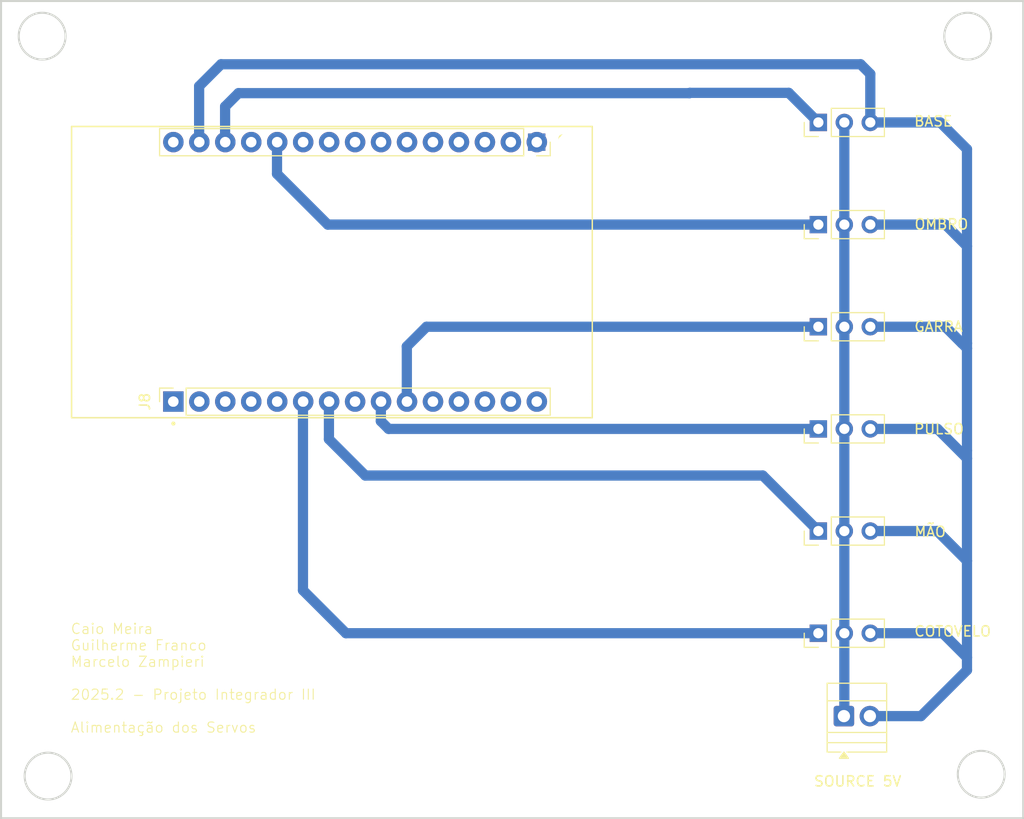
<source format=kicad_pcb>
(kicad_pcb (version 20241229) (generator "pcbnew") (generator_version "9.0")
  (layers (0 "F.Cu" signal) (2 "B.Cu" signal) (13 "F.Paste" user) (15 "B.Paste" user) (5 "F.SilkS" user "F.Silkscreen") (7 "B.SilkS" user "B.Silkscreen") (1 "F.Mask" user) (3 "B.Mask" user) (25 "Edge.Cuts" user))
  (net 0 "")
  (net 1 "Net-(J1-Pin_2)")
  (net 2 "Net-(J1-Pin_1)")
  (net 3 "Net-(J2-Pin_1)")
  (net 4 "Net-(J3-Pin_1)")
  (net 5 "Net-(J4-Pin_1)")
  (net 6 "Net-(J5-Pin_1)")
  (net 7 "Net-(J6-Pin_1)")
  (net 8 "Net-(J1-Pin_3)")
  (footprint "Connector_PinHeader_2.54mm:PinHeader_1x03_P2.54mm_Vertical" (layer "F.Cu") (at 240.46 74.885 90)
    (property "Reference" "BASE" (at 0.115 11.24 180) (layer "F.SilkS"))
    (property "Value" "Conn_01x03_Pin")
    (fp_line (start -1.38 -1.38) (end 0 -1.38) (stroke (width 0.12)) (layer "F.SilkS"))
    (fp_line (start -1.38 0) (end -1.38 -1.38) (stroke (width 0.12)) (layer "F.SilkS"))
    (fp_line (start 1.38 1.27) (end 1.38 6.46) (stroke (width 0.12)) (layer "F.SilkS"))
    (fp_line (start -1.38 1.27) (end 1.38 1.27) (stroke (width 0.12)) (layer "F.SilkS"))
    (fp_line (start -1.38 1.27) (end -1.38 6.46) (stroke (width 0.12)) (layer "F.SilkS"))
    (fp_line (start -1.38 6.46) (end 1.38 6.46) (stroke (width 0.12)) (layer "F.SilkS"))
    (pad "1" thru_hole rect (at 0 0 90) (size 1.7 1.7) (drill 1) (layers "*.Cu" "*.Mask") (net 6 "Net-(J5-Pin_1)"))
    (pad "2" thru_hole circle (at 0 2.54 90) (size 1.7 1.7) (drill 1) (layers "*.Cu" "*.Mask") (net 1 "Net-(J1-Pin_2)"))
    (pad "3" thru_hole circle (at 0 5.08 90) (size 1.7 1.7) (drill 1) (layers "*.Cu" "*.Mask") (net 8 "Net-(J1-Pin_3)"))
  )
  (footprint "Connector_PinHeader_2.54mm:PinHeader_1x03_P2.54mm_Vertical" (layer "F.Cu") (at 240.46 84.885 90)
    (property "Reference" "OMBRO" (at 0.025 12.04 180) (layer "F.SilkS"))
    (property "Value" "Conn_01x03_Pin")
    (fp_line (start -1.38 -1.38) (end 0 -1.38) (stroke (width 0.12)) (layer "F.SilkS"))
    (fp_line (start -1.38 0) (end -1.38 -1.38) (stroke (width 0.12)) (layer "F.SilkS"))
    (fp_line (start 1.38 1.27) (end 1.38 6.46) (stroke (width 0.12)) (layer "F.SilkS"))
    (fp_line (start -1.38 1.27) (end 1.38 1.27) (stroke (width 0.12)) (layer "F.SilkS"))
    (fp_line (start -1.38 1.27) (end -1.38 6.46) (stroke (width 0.12)) (layer "F.SilkS"))
    (fp_line (start -1.38 6.46) (end 1.38 6.46) (stroke (width 0.12)) (layer "F.SilkS"))
    (pad "1" thru_hole rect (at 0 0 90) (size 1.7 1.7) (drill 1) (layers "*.Cu" "*.Mask") (net 2 "Net-(J1-Pin_1)"))
    (pad "2" thru_hole circle (at 0 2.54 90) (size 1.7 1.7) (drill 1) (layers "*.Cu" "*.Mask") (net 1 "Net-(J1-Pin_2)"))
    (pad "3" thru_hole circle (at 0 5.08 90) (size 1.7 1.7) (drill 1) (layers "*.Cu" "*.Mask") (net 8 "Net-(J1-Pin_3)"))
  )
  (footprint "Connector_PinSocket_2.54mm:PinSocket_1x15_P2.54mm_Vertical" (layer "F.Cu") (at 212.9 76.82 -90)
    (property "Reference" "J9" (at 0 -2.77 90) (layer "F.SilkS"))
    (property "Value" "Conn_01x15_Socket")
    (fp_line (start -1.33 36.89) (end 1.33 36.89) (stroke (width 0.12)) (layer "F.SilkS"))
    (fp_line (start -1.33 1.27) (end -1.33 36.89) (stroke (width 0.12)) (layer "F.SilkS"))
    (fp_line (start -1.33 1.27) (end 1.33 1.27) (stroke (width 0.12)) (layer "F.SilkS"))
    (fp_line (start 1.33 1.27) (end 1.33 36.89) (stroke (width 0.12)) (layer "F.SilkS"))
    (fp_line (start 0 -1.33) (end 1.33 -1.33) (stroke (width 0.12)) (layer "F.SilkS"))
    (fp_line (start 1.33 -1.33) (end 1.33 0) (stroke (width 0.12)) (layer "F.SilkS"))
    (pad "1" thru_hole rect (at 0 0 270) (size 1.7 1.7) (drill 1) (layers "*.Cu" "*.Mask"))
    (pad "2" thru_hole circle (at 0 2.54 270) (size 1.7 1.7) (drill 1) (layers "*.Cu" "*.Mask"))
    (pad "3" thru_hole circle (at 0 5.08 270) (size 1.7 1.7) (drill 1) (layers "*.Cu" "*.Mask"))
    (pad "4" thru_hole circle (at 0 7.62 270) (size 1.7 1.7) (drill 1) (layers "*.Cu" "*.Mask"))
    (pad "5" thru_hole circle (at 0 10.16 270) (size 1.7 1.7) (drill 1) (layers "*.Cu" "*.Mask"))
    (pad "6" thru_hole circle (at 0 12.7 270) (size 1.7 1.7) (drill 1) (layers "*.Cu" "*.Mask"))
    (pad "7" thru_hole circle (at 0 15.24 270) (size 1.7 1.7) (drill 1) (layers "*.Cu" "*.Mask"))
    (pad "8" thru_hole circle (at 0 17.78 270) (size 1.7 1.7) (drill 1) (layers "*.Cu" "*.Mask"))
    (pad "9" thru_hole circle (at 0 20.32 270) (size 1.7 1.7) (drill 1) (layers "*.Cu" "*.Mask"))
    (pad "10" thru_hole circle (at 0 22.86 270) (size 1.7 1.7) (drill 1) (layers "*.Cu" "*.Mask"))
    (pad "11" thru_hole circle (at 0 25.4 270) (size 1.7 1.7) (drill 1) (layers "*.Cu" "*.Mask") (net 2 "Net-(J1-Pin_1)"))
    (pad "12" thru_hole circle (at 0 27.94 270) (size 1.7 1.7) (drill 1) (layers "*.Cu" "*.Mask"))
    (pad "13" thru_hole circle (at 0 30.48 270) (size 1.7 1.7) (drill 1) (layers "*.Cu" "*.Mask") (net 6 "Net-(J5-Pin_1)"))
    (pad "14" thru_hole circle (at 0 33.02 270) (size 1.7 1.7) (drill 1) (layers "*.Cu" "*.Mask") (net 8 "Net-(J1-Pin_3)"))
    (pad "15" thru_hole circle (at 0 35.56 270) (size 1.7 1.7) (drill 1) (layers "*.Cu" "*.Mask"))
  )
  (footprint "Connector_PinHeader_2.54mm:PinHeader_1x03_P2.54mm_Vertical" (layer "F.Cu") (at 240.46 94.885 90)
    (property "Reference" "GARRA" (at 0.015 11.76 180) (layer "F.SilkS"))
    (property "Value" "Conn_01x03_Pin")
    (fp_line (start -1.38 -1.38) (end 0 -1.38) (stroke (width 0.12)) (layer "F.SilkS"))
    (fp_line (start -1.38 0) (end -1.38 -1.38) (stroke (width 0.12)) (layer "F.SilkS"))
    (fp_line (start 1.38 1.27) (end 1.38 6.46) (stroke (width 0.12)) (layer "F.SilkS"))
    (fp_line (start -1.38 1.27) (end 1.38 1.27) (stroke (width 0.12)) (layer "F.SilkS"))
    (fp_line (start -1.38 1.27) (end -1.38 6.46) (stroke (width 0.12)) (layer "F.SilkS"))
    (fp_line (start -1.38 6.46) (end 1.38 6.46) (stroke (width 0.12)) (layer "F.SilkS"))
    (pad "1" thru_hole rect (at 0 0 90) (size 1.7 1.7) (drill 1) (layers "*.Cu" "*.Mask") (net 3 "Net-(J2-Pin_1)"))
    (pad "2" thru_hole circle (at 0 2.54 90) (size 1.7 1.7) (drill 1) (layers "*.Cu" "*.Mask") (net 1 "Net-(J1-Pin_2)"))
    (pad "3" thru_hole circle (at 0 5.08 90) (size 1.7 1.7) (drill 1) (layers "*.Cu" "*.Mask") (net 8 "Net-(J1-Pin_3)"))
  )
  (footprint "Connector_PinHeader_2.54mm:PinHeader_1x03_P2.54mm_Vertical" (layer "F.Cu") (at 240.46 114.885 90)
    (property "Reference" "MÃO" (at -0.075 10.94 180) (layer "F.SilkS"))
    (property "Value" "Conn_01x03_Pin")
    (fp_line (start -1.38 -1.38) (end 0 -1.38) (stroke (width 0.12)) (layer "F.SilkS"))
    (fp_line (start -1.38 0) (end -1.38 -1.38) (stroke (width 0.12)) (layer "F.SilkS"))
    (fp_line (start 1.38 1.27) (end 1.38 6.46) (stroke (width 0.12)) (layer "F.SilkS"))
    (fp_line (start -1.38 1.27) (end 1.38 1.27) (stroke (width 0.12)) (layer "F.SilkS"))
    (fp_line (start -1.38 1.27) (end -1.38 6.46) (stroke (width 0.12)) (layer "F.SilkS"))
    (fp_line (start -1.38 6.46) (end 1.38 6.46) (stroke (width 0.12)) (layer "F.SilkS"))
    (pad "1" thru_hole rect (at 0 0 90) (size 1.7 1.7) (drill 1) (layers "*.Cu" "*.Mask") (net 5 "Net-(J4-Pin_1)"))
    (pad "2" thru_hole circle (at 0 2.54 90) (size 1.7 1.7) (drill 1) (layers "*.Cu" "*.Mask") (net 1 "Net-(J1-Pin_2)"))
    (pad "3" thru_hole circle (at 0 5.08 90) (size 1.7 1.7) (drill 1) (layers "*.Cu" "*.Mask") (net 8 "Net-(J1-Pin_3)"))
  )
  (footprint "Connector_PinHeader_2.54mm:PinHeader_1x03_P2.54mm_Vertical" (layer "F.Cu") (at 240.46 124.885 90)
    (property "Reference" "COTOVELO" (at 0.185 13.14 180) (layer "F.SilkS"))
    (property "Value" "Conn_01x03_Pin")
    (fp_line (start -1.38 -1.38) (end 0 -1.38) (stroke (width 0.12)) (layer "F.SilkS"))
    (fp_line (start -1.38 0) (end -1.38 -1.38) (stroke (width 0.12)) (layer "F.SilkS"))
    (fp_line (start 1.38 1.27) (end 1.38 6.46) (stroke (width 0.12)) (layer "F.SilkS"))
    (fp_line (start -1.38 1.27) (end 1.38 1.27) (stroke (width 0.12)) (layer "F.SilkS"))
    (fp_line (start -1.38 1.27) (end -1.38 6.46) (stroke (width 0.12)) (layer "F.SilkS"))
    (fp_line (start -1.38 6.46) (end 1.38 6.46) (stroke (width 0.12)) (layer "F.SilkS"))
    (pad "1" thru_hole rect (at 0 0 90) (size 1.7 1.7) (drill 1) (layers "*.Cu" "*.Mask") (net 7 "Net-(J6-Pin_1)"))
    (pad "2" thru_hole circle (at 0 2.54 90) (size 1.7 1.7) (drill 1) (layers "*.Cu" "*.Mask") (net 1 "Net-(J1-Pin_2)"))
    (pad "3" thru_hole circle (at 0 5.08 90) (size 1.7 1.7) (drill 1) (layers "*.Cu" "*.Mask") (net 8 "Net-(J1-Pin_3)"))
  )
  (footprint "Connector_PinHeader_2.54mm:PinHeader_1x03_P2.54mm_Vertical" (layer "F.Cu") (at 240.46 104.885 90)
    (property "Reference" "PULSO" (at -0.015 11.8 180) (layer "F.SilkS"))
    (property "Value" "Conn_01x03_Pin")
    (fp_line (start -1.38 -1.38) (end 0 -1.38) (stroke (width 0.12)) (layer "F.SilkS"))
    (fp_line (start -1.38 0) (end -1.38 -1.38) (stroke (width 0.12)) (layer "F.SilkS"))
    (fp_line (start 1.38 1.27) (end 1.38 6.46) (stroke (width 0.12)) (layer "F.SilkS"))
    (fp_line (start -1.38 1.27) (end 1.38 1.27) (stroke (width 0.12)) (layer "F.SilkS"))
    (fp_line (start -1.38 1.27) (end -1.38 6.46) (stroke (width 0.12)) (layer "F.SilkS"))
    (fp_line (start -1.38 6.46) (end 1.38 6.46) (stroke (width 0.12)) (layer "F.SilkS"))
    (pad "1" thru_hole rect (at 0 0 90) (size 1.7 1.7) (drill 1) (layers "*.Cu" "*.Mask") (net 4 "Net-(J3-Pin_1)"))
    (pad "2" thru_hole circle (at 0 2.54 90) (size 1.7 1.7) (drill 1) (layers "*.Cu" "*.Mask") (net 1 "Net-(J1-Pin_2)"))
    (pad "3" thru_hole circle (at 0 5.08 90) (size 1.7 1.7) (drill 1) (layers "*.Cu" "*.Mask") (net 8 "Net-(J1-Pin_3)"))
  )
  (footprint "Connector_PinSocket_2.54mm:PinSocket_1x15_P2.54mm_Vertical" (layer "F.Cu") (at 177.34 102.22 90)
    (property "Reference" "J8" (at 0 -2.77 90) (layer "F.SilkS"))
    (property "Value" "Conn_01x15_Socket")
    (fp_line (start 1.33 -1.33) (end 1.33 0) (stroke (width 0.12)) (layer "F.SilkS"))
    (fp_line (start 0 -1.33) (end 1.33 -1.33) (stroke (width 0.12)) (layer "F.SilkS"))
    (fp_line (start 1.33 1.27) (end 1.33 36.89) (stroke (width 0.12)) (layer "F.SilkS"))
    (fp_line (start -1.33 1.27) (end 1.33 1.27) (stroke (width 0.12)) (layer "F.SilkS"))
    (fp_line (start -1.33 1.27) (end -1.33 36.89) (stroke (width 0.12)) (layer "F.SilkS"))
    (fp_line (start -1.33 36.89) (end 1.33 36.89) (stroke (width 0.12)) (layer "F.SilkS"))
    (pad "1" thru_hole rect (at 0 0 90) (size 1.7 1.7) (drill 1) (layers "*.Cu" "*.Mask"))
    (pad "2" thru_hole circle (at 0 2.54 90) (size 1.7 1.7) (drill 1) (layers "*.Cu" "*.Mask"))
    (pad "3" thru_hole circle (at 0 5.08 90) (size 1.7 1.7) (drill 1) (layers "*.Cu" "*.Mask"))
    (pad "4" thru_hole circle (at 0 7.62 90) (size 1.7 1.7) (drill 1) (layers "*.Cu" "*.Mask"))
    (pad "5" thru_hole circle (at 0 10.16 90) (size 1.7 1.7) (drill 1) (layers "*.Cu" "*.Mask"))
    (pad "6" thru_hole circle (at 0 12.7 90) (size 1.7 1.7) (drill 1) (layers "*.Cu" "*.Mask") (net 7 "Net-(J6-Pin_1)"))
    (pad "7" thru_hole circle (at 0 15.24 90) (size 1.7 1.7) (drill 1) (layers "*.Cu" "*.Mask") (net 5 "Net-(J4-Pin_1)"))
    (pad "8" thru_hole circle (at 0 17.78 90) (size 1.7 1.7) (drill 1) (layers "*.Cu" "*.Mask"))
    (pad "9" thru_hole circle (at 0 20.32 90) (size 1.7 1.7) (drill 1) (layers "*.Cu" "*.Mask") (net 4 "Net-(J3-Pin_1)"))
    (pad "10" thru_hole circle (at 0 22.86 90) (size 1.7 1.7) (drill 1) (layers "*.Cu" "*.Mask") (net 3 "Net-(J2-Pin_1)"))
    (pad "11" thru_hole circle (at 0 25.4 90) (size 1.7 1.7) (drill 1) (layers "*.Cu" "*.Mask"))
    (pad "12" thru_hole circle (at 0 27.94 90) (size 1.7 1.7) (drill 1) (layers "*.Cu" "*.Mask"))
    (pad "13" thru_hole circle (at 0 30.48 90) (size 1.7 1.7) (drill 1) (layers "*.Cu" "*.Mask"))
    (pad "14" thru_hole circle (at 0 33.02 90) (size 1.7 1.7) (drill 1) (layers "*.Cu" "*.Mask"))
    (pad "15" thru_hole circle (at 0 35.56 90) (size 1.7 1.7) (drill 1) (layers "*.Cu" "*.Mask"))
  )
  (footprint "TerminalBlock:TerminalBlock_Xinya_XY308-2.54-2P_1x02_P2.54mm_Horizontal" (layer "F.Cu") (at 242.96 133)
    (property "Reference" "SOURCE 5V" (at 1.35 6.38 0) (layer "F.SilkS"))
    (property "Value" "Screw_Terminal_01x02")
    (fp_line (start -1.64 -3.22) (end 4.18 -3.22) (stroke (width 0.12)) (layer "F.SilkS"))
    (fp_line (start -1.64 -1.5) (end 4.18 -1.5) (stroke (width 0.12)) (layer "F.SilkS"))
    (fp_line (start -1.64 1.6) (end 4.18 1.6) (stroke (width 0.12)) (layer "F.SilkS"))
    (fp_line (start -1.64 2.6) (end 4.18 2.6) (stroke (width 0.12)) (layer "F.SilkS"))
    (fp_line (start -1.64 3.52) (end -1.64 -3.22) (stroke (width 0.12)) (layer "F.SilkS"))
    (fp_line (start -0.3 3.52) (end -1.64 3.52) (stroke (width 0.12)) (layer "F.SilkS"))
    (fp_line (start 4.18 -3.22) (end 4.18 3.52) (stroke (width 0.12)) (layer "F.SilkS"))
    (fp_line (start 4.18 3.52) (end 0.3 3.52) (stroke (width 0.12)) (layer "F.SilkS"))
    (fp_poly (pts (xy 0 3.52) (xy 0.44 4.13) (xy -0.44 4.13)) (stroke (width 0.12)) (fill yes) (layer "F.SilkS"))
    (pad "1" thru_hole roundrect (at 0 0) (size 2 2) (drill 1.2) (layers "*.Cu" "*.Mask") (roundrect_rratio 0.125) (net 1 "Net-(J1-Pin_2)"))
    (pad "2" thru_hole circle (at 2.54 0) (size 2 2) (drill 1.2) (layers "*.Cu" "*.Mask") (net 8 "Net-(J1-Pin_3)"))
  )
  (footprint "ESP32-DEVKIT-V1:MODULE_ESP32_DEVKIT_V1" (layer "F.Cu") (at 192.875 89.51 90)
    (property "Reference" "REF**" (hide yes))
    (property "Value" "MODULE_ESP32_DEVKIT_V1" (hide yes))
    (fp_line (start 14.23 -25.475) (end 14.23 25.475) (stroke (width 0.127)) (layer "F.SilkS"))
    (fp_line (start 14.23 -25.475) (end 14.23 25.475) (stroke (width 0.127)) (layer "F.SilkS"))
    (fp_line (start 3.5 -25.475) (end 14.23 -25.475) (stroke (width 0.127)) (layer "F.SilkS"))
    (fp_line (start -3.211 -25.475) (end 3.5 -25.475) (stroke (width 0.127)) (layer "F.SilkS"))
    (fp_line (start -14.28 -25.475) (end 14.23 -25.475) (stroke (width 0.127)) (layer "F.SilkS"))
    (fp_line (start -14.28 -25.475) (end -3.211 -25.475) (stroke (width 0.127)) (layer "F.SilkS"))
    (fp_line (start 14.23 25.475) (end -14.28 25.475) (stroke (width 0.127)) (layer "F.SilkS"))
    (fp_line (start 8.78 25.475) (end 14.23 25.475) (stroke (width 0.127)) (layer "F.SilkS"))
    (fp_line (start -8.91 25.475) (end 8.78 25.475) (stroke (width 0.127)) (layer "F.SilkS"))
    (fp_line (start -14.28 25.475) (end -14.28 -25.475) (stroke (width 0.127)) (layer "F.SilkS"))
    (fp_line (start -14.28 25.475) (end -14.28 -25.475) (stroke (width 0.127)) (layer "F.SilkS"))
    (fp_line (start -14.28 25.475) (end -8.91 25.475) (stroke (width 0.127)) (layer "F.SilkS"))
    (fp_circle (center -14.85 -15.515) (end -14.75 -15.515) (stroke (width 0.2)) (fill no) (layer "F.SilkS"))
    (pad "" np_thru_hole circle (at -12.28 -23.475 90) (size 3 3) (drill 3) (layers "*.Cu" "*.Mask"))
    (pad "" np_thru_hole circle (at -12.28 23.475 90) (size 3 3) (drill 3) (layers "*.Cu" "*.Mask"))
    (pad "" np_thru_hole circle (at 12.23 -23.475 90) (size 3 3) (drill 3) (layers "*.Cu" "*.Mask"))
    (pad "" np_thru_hole circle (at 12.23 23.475 90) (size 3 3) (drill 3) (layers "*.Cu" "*.Mask"))
    (pad "1" thru_hole rect (at -12.7 -15.515 90) (size 2 2) (drill 1.02) (layers "*.Cu" "*.Mask"))
    (pad "2" thru_hole circle (at -12.7 -12.975 90) (size 2 2) (drill 1.02) (layers "*.Cu" "*.Mask"))
    (pad "3" thru_hole circle (at -12.7 -10.435 90) (size 2 2) (drill 1.02) (layers "*.Cu" "*.Mask"))
    (pad "4" thru_hole circle (at -12.7 -7.895 90) (size 2 2) (drill 1.02) (layers "*.Cu" "*.Mask"))
    (pad "5" thru_hole circle (at -12.7 -5.355 90) (size 2 2) (drill 1.02) (layers "*.Cu" "*.Mask"))
    (pad "6" thru_hole circle (at -12.7 -2.815 90) (size 2 2) (drill 1.02) (layers "*.Cu" "*.Mask"))
    (pad "7" thru_hole circle (at -12.7 -0.275 90) (size 2 2) (drill 1.02) (layers "*.Cu" "*.Mask"))
    (pad "8" thru_hole circle (at -12.7 2.265 90) (size 2 2) (drill 1.02) (layers "*.Cu" "*.Mask"))
    (pad "9" thru_hole circle (at -12.7 4.805 90) (size 2 2) (drill 1.02) (layers "*.Cu" "*.Mask"))
    (pad "10" thru_hole circle (at -12.7 7.345 90) (size 2 2) (drill 1.02) (layers "*.Cu" "*.Mask"))
    (pad "11" thru_hole circle (at -12.7 9.885 90) (size 2 2) (drill 1.02) (layers "*.Cu" "*.Mask"))
    (pad "12" thru_hole circle (at -12.7 12.425 90) (size 2 2) (drill 1.02) (layers "*.Cu" "*.Mask"))
    (pad "13" thru_hole circle (at -12.7 14.965 90) (size 2 2) (drill 1.02) (layers "*.Cu" "*.Mask"))
    (pad "14" thru_hole circle (at -12.7 17.505 90) (size 2 2) (drill 1.02) (layers "*.Cu" "*.Mask"))
    (pad "15" thru_hole circle (at -12.7 20.045 90) (size 2 2) (drill 1.02) (layers "*.Cu" "*.Mask"))
    (pad "16" thru_hole circle (at 12.7 20.045 90) (size 2 2) (drill 1.02) (layers "*.Cu" "*.Mask"))
    (pad "17" thru_hole circle (at 12.7 17.505 90) (size 2 2) (drill 1.02) (layers "*.Cu" "*.Mask"))
    (pad "18" thru_hole circle (at 12.7 14.965 90) (size 2 2) (drill 1.02) (layers "*.Cu" "*.Mask"))
    (pad "19" thru_hole circle (at 12.7 12.425 90) (size 2 2) (drill 1.02) (layers "*.Cu" "*.Mask"))
    (pad "20" thru_hole circle (at 12.7 9.885 90) (size 2 2) (drill 1.02) (layers "*.Cu" "*.Mask"))
    (pad "21" thru_hole circle (at 12.7 7.345 90) (size 2 2) (drill 1.02) (layers "*.Cu" "*.Mask"))
    (pad "22" thru_hole circle (at 12.7 4.805 90) (size 2 2) (drill 1.02) (layers "*.Cu" "*.Mask"))
    (pad "23" thru_hole circle (at 12.7 2.265 90) (size 2 2) (drill 1.02) (layers "*.Cu" "*.Mask"))
    (pad "24" thru_hole circle (at 12.7 -0.275 90) (size 2 2) (drill 1.02) (layers "*.Cu" "*.Mask"))
    (pad "25" thru_hole circle (at 12.7 -2.815 90) (size 2 2) (drill 1.02) (layers "*.Cu" "*.Mask"))
    (pad "26" thru_hole circle (at 12.7 -5.355 90) (size 2 2) (drill 1.02) (layers "*.Cu" "*.Mask"))
    (pad "27" thru_hole circle (at 12.7 -7.895 90) (size 2 2) (drill 1.02) (layers "*.Cu" "*.Mask"))
    (pad "28" thru_hole circle (at 12.7 -10.435 90) (size 2 2) (drill 1.02) (layers "*.Cu" "*.Mask"))
    (pad "29" thru_hole circle (at 12.7 -12.975 90) (size 2 2) (drill 1.02) (layers "*.Cu" "*.Mask"))
    (pad "30" thru_hole circle (at 12.7 -15.515 90) (size 2 2) (drill 1.02) (layers "*.Cu" "*.Mask"))
  )
  (gr_circle (center 165.102597 138.87) (end 166.782597 140.43) (stroke (width 0.2)) (fill no) (layer "Edge.Cuts"))
  (gr_rect (start 160.5 63) (end 260.5 143) (stroke (width 0.2)) (fill no) (layer "Edge.Cuts"))
  (gr_circle (center 256.392597 138.69) (end 258.072597 140.25) (stroke (width 0.2)) (fill no) (layer "Edge.Cuts"))
  (gr_circle (center 255.07 66.44) (end 256.75 68) (stroke (width 0.2)) (fill no) (layer "Edge.Cuts"))
  (gr_circle (center 164.522597 66.44) (end 166.202597 68) (stroke (width 0.2)) (fill no) (layer "Edge.Cuts"))
  (gr_text "Caio Meira\nGuilherme Franco\nMarcelo Zampieri\n\n2025.2 - Projeto Integrador III\n\nAlimentação dos Servos" (at 167.26 134.7 0) (layer "F.SilkS") (effects (font (size 1 1) (thickness 0.1)) (justify left bottom)))
  (segment (start 243 114.885) (end 243 124.885) (width 1) (layer "B.Cu") (net 1))
  (segment (start 243 124.885) (end 243 132.96) (width 1) (layer "B.Cu") (net 1))
  (segment (start 243 104.885) (end 243 114.885) (width 1) (layer "B.Cu") (net 1))
  (segment (start 243 74.885) (end 243 84.885) (width 1) (layer "B.Cu") (net 1))
  (segment (start 243 84.885) (end 243 94.885) (width 1) (layer "B.Cu") (net 1))
  (segment (start 243 132.96) (end 242.96 133) (width 1) (layer "B.Cu") (net 1))
  (segment (start 243 94.885) (end 243 104.885) (width 1) (layer "B.Cu") (net 1))
  (segment (start 187.5 79.92) (end 192.465 84.885) (width 1) (layer "B.Cu") (net 2))
  (segment (start 192.465 84.885) (end 240.46 84.885) (width 1) (layer "B.Cu") (net 2))
  (segment (start 187.5 76.82) (end 187.5 79.92) (width 1) (layer "B.Cu") (net 2))
  (segment (start 200.2 102.22) (end 200.2 96.81) (width 1) (layer "B.Cu") (net 3))
  (segment (start 200.2 96.81) (end 202.125 94.885) (width 1) (layer "B.Cu") (net 3))
  (segment (start 202.125 94.885) (end 240.46 94.885) (width 1) (layer "B.Cu") (net 3))
  (segment (start 198.415 104.885) (end 240.46 104.885) (width 1) (layer "B.Cu") (net 4))
  (segment (start 197.66 102.22) (end 197.66 104.13) (width 1) (layer "B.Cu") (net 4))
  (segment (start 197.66 104.13) (end 198.415 104.885) (width 1) (layer "B.Cu") (net 4))
  (segment (start 196.14 109.45) (end 235.025 109.45) (width 1) (layer "B.Cu") (net 5))
  (segment (start 235.025 109.45) (end 240.46 114.885) (width 1) (layer "B.Cu") (net 5))
  (segment (start 192.58 102.22) (end 192.58 105.89) (width 1) (layer "B.Cu") (net 5))
  (segment (start 192.58 105.89) (end 196.14 109.45) (width 1) (layer "B.Cu") (net 5))
  (segment (start 183.73 72.02) (end 227.85 72.02) (width 1) (layer "B.Cu") (net 6))
  (segment (start 182.42 76.82) (end 182.42 73.33) (width 1) (layer "B.Cu") (net 6))
  (segment (start 240.46 74.885) (end 240.46 74.63) (width 1) (layer "B.Cu") (net 6))
  (segment (start 237.565 71.99) (end 240.46 74.885) (width 1) (layer "B.Cu") (net 6))
  (segment (start 182.42 73.33) (end 183.73 72.02) (width 1) (layer "B.Cu") (net 6))
  (segment (start 227.88 71.99) (end 237.565 71.99) (width 1) (layer "B.Cu") (net 6))
  (segment (start 227.85 72.02) (end 227.88 71.99) (width 1) (layer "B.Cu") (net 6))
  (segment (start 190.04 120.68) (end 194.245 124.885) (width 1) (layer "B.Cu") (net 7))
  (segment (start 190.04 102.22) (end 190.04 120.68) (width 1) (layer "B.Cu") (net 7))
  (segment (start 194.245 124.885) (end 240.46 124.885) (width 1) (layer "B.Cu") (net 7))
  (segment (start 255 87) (end 255 96.5) (width 1) (layer "B.Cu") (net 8))
  (segment (start 255 97) (end 255 107) (width 1) (layer "B.Cu") (net 8))
  (segment (start 179.88 71.34) (end 182.03 69.19) (width 1) (layer "B.Cu") (net 8))
  (segment (start 245.54 104.885) (end 252.115 104.885) (width 1) (layer "B.Cu") (net 8))
  (segment (start 255 127.26) (end 255 128.5) (width 1) (layer "B.Cu") (net 8))
  (segment (start 250.5 133) (end 245.5 133) (width 1) (layer "B.Cu") (net 8))
  (segment (start 255 117.8) (end 255 127.26) (width 1) (layer "B.Cu") (net 8))
  (segment (start 252.115 104.885) (end 255 107.77) (width 1) (layer "B.Cu") (net 8))
  (segment (start 245.54 74.885) (end 252.385 74.885) (width 1) (layer "B.Cu") (net 8))
  (segment (start 252.625 124.885) (end 255 127.26) (width 1) (layer "B.Cu") (net 8))
  (segment (start 182.03 69.19) (end 244.59 69.19) (width 1) (layer "B.Cu") (net 8))
  (segment (start 252.085 114.885) (end 255 117.8) (width 1) (layer "B.Cu") (net 8))
  (segment (start 252.885 94.885) (end 255 97) (width 1) (layer "B.Cu") (net 8))
  (segment (start 255 77.5) (end 255 87) (width 1) (layer "B.Cu") (net 8))
  (segment (start 245.54 70.14) (end 245.54 74.885) (width 1) (layer "B.Cu") (net 8))
  (segment (start 255 96.5) (end 255 97) (width 1) (layer "B.Cu") (net 8))
  (segment (start 245.54 84.885) (end 252.885 84.885) (width 1) (layer "B.Cu") (net 8))
  (segment (start 255 128.5) (end 250.5 133) (width 1) (layer "B.Cu") (net 8))
  (segment (start 245.54 124.885) (end 252.625 124.885) (width 1) (layer "B.Cu") (net 8))
  (segment (start 244.59 69.19) (end 245.54 70.14) (width 1) (layer "B.Cu") (net 8))
  (segment (start 254.5 96.5) (end 255 96.5) (width 1) (layer "B.Cu") (net 8))
  (segment (start 252.885 84.885) (end 255 87) (width 1) (layer "B.Cu") (net 8))
  (segment (start 252.885 94.885) (end 254.5 96.5) (width 1) (layer "B.Cu") (net 8))
  (segment (start 245.54 114.885) (end 252.085 114.885) (width 1) (layer "B.Cu") (net 8))
  (segment (start 252.385 74.885) (end 255 77.5) (width 1) (layer "B.Cu") (net 8))
  (segment (start 245.54 94.885) (end 252.885 94.885) (width 1) (layer "B.Cu") (net 8))
  (segment (start 255 107) (end 255 107.77) (width 1) (layer "B.Cu") (net 8))
  (segment (start 255 107.77) (end 255 117.8) (width 1) (layer "B.Cu") (net 8))
  (segment (start 179.88 76.82) (end 179.88 71.34) (width 1) (layer "B.Cu") (net 8))
)
</source>
